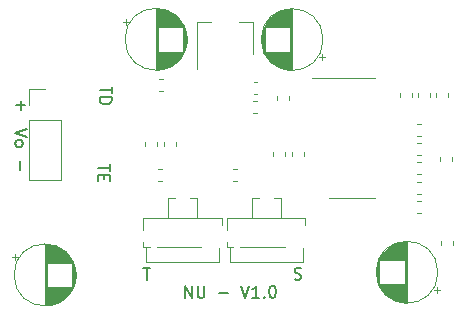
<source format=gto>
G04 #@! TF.GenerationSoftware,KiCad,Pcbnew,5.0.2-bee76a0~70~ubuntu18.04.1*
G04 #@! TF.CreationDate,2019-12-23T12:33:55+05:30*
G04 #@! TF.ProjectId,pir_v1_0,7069725f-7631-45f3-902e-6b696361645f,rev?*
G04 #@! TF.SameCoordinates,Original*
G04 #@! TF.FileFunction,Legend,Top*
G04 #@! TF.FilePolarity,Positive*
%FSLAX46Y46*%
G04 Gerber Fmt 4.6, Leading zero omitted, Abs format (unit mm)*
G04 Created by KiCad (PCBNEW 5.0.2-bee76a0~70~ubuntu18.04.1) date Mon Dec 23 12:33:55 2019*
%MOMM*%
%LPD*%
G01*
G04 APERTURE LIST*
%ADD10C,0.200000*%
%ADD11C,0.120000*%
G04 APERTURE END LIST*
D10*
X93264285Y-74679761D02*
X93407142Y-74727380D01*
X93645238Y-74727380D01*
X93740476Y-74679761D01*
X93788095Y-74632142D01*
X93835714Y-74536904D01*
X93835714Y-74441666D01*
X93788095Y-74346428D01*
X93740476Y-74298809D01*
X93645238Y-74251190D01*
X93454761Y-74203571D01*
X93359523Y-74155952D01*
X93311904Y-74108333D01*
X93264285Y-74013095D01*
X93264285Y-73917857D01*
X93311904Y-73822619D01*
X93359523Y-73775000D01*
X93454761Y-73727380D01*
X93692857Y-73727380D01*
X93835714Y-73775000D01*
X80464285Y-73727380D02*
X81035714Y-73727380D01*
X80750000Y-74727380D02*
X80750000Y-73727380D01*
X77772619Y-58389285D02*
X77772619Y-58960714D01*
X76772619Y-58675000D02*
X77772619Y-58675000D01*
X76772619Y-59294047D02*
X77772619Y-59294047D01*
X77772619Y-59532142D01*
X77725000Y-59675000D01*
X77629761Y-59770238D01*
X77534523Y-59817857D01*
X77344047Y-59865476D01*
X77201190Y-59865476D01*
X77010714Y-59817857D01*
X76915476Y-59770238D01*
X76820238Y-59675000D01*
X76772619Y-59532142D01*
X76772619Y-59294047D01*
X77597619Y-64961904D02*
X77597619Y-65533333D01*
X76597619Y-65247619D02*
X77597619Y-65247619D01*
X77121428Y-65866666D02*
X77121428Y-66200000D01*
X76597619Y-66342857D02*
X76597619Y-65866666D01*
X77597619Y-65866666D01*
X77597619Y-66342857D01*
X70597619Y-61989285D02*
X69597619Y-62322619D01*
X70597619Y-62655952D01*
X69597619Y-63132142D02*
X69645238Y-63036904D01*
X69692857Y-62989285D01*
X69788095Y-62941666D01*
X70073809Y-62941666D01*
X70169047Y-62989285D01*
X70216666Y-63036904D01*
X70264285Y-63132142D01*
X70264285Y-63275000D01*
X70216666Y-63370238D01*
X70169047Y-63417857D01*
X70073809Y-63465476D01*
X69788095Y-63465476D01*
X69692857Y-63417857D01*
X69645238Y-63370238D01*
X69597619Y-63275000D01*
X69597619Y-63132142D01*
X70053571Y-64644047D02*
X70053571Y-65405952D01*
X69694047Y-59946428D02*
X70455952Y-59946428D01*
X70075000Y-60327380D02*
X70075000Y-59565476D01*
X84015476Y-76252380D02*
X84015476Y-75252380D01*
X84586904Y-76252380D01*
X84586904Y-75252380D01*
X85063095Y-75252380D02*
X85063095Y-76061904D01*
X85110714Y-76157142D01*
X85158333Y-76204761D01*
X85253571Y-76252380D01*
X85444047Y-76252380D01*
X85539285Y-76204761D01*
X85586904Y-76157142D01*
X85634523Y-76061904D01*
X85634523Y-75252380D01*
X86872619Y-75871428D02*
X87634523Y-75871428D01*
X88729761Y-75252380D02*
X89063095Y-76252380D01*
X89396428Y-75252380D01*
X90253571Y-76252380D02*
X89682142Y-76252380D01*
X89967857Y-76252380D02*
X89967857Y-75252380D01*
X89872619Y-75395238D01*
X89777380Y-75490476D01*
X89682142Y-75538095D01*
X90682142Y-76157142D02*
X90729761Y-76204761D01*
X90682142Y-76252380D01*
X90634523Y-76204761D01*
X90682142Y-76157142D01*
X90682142Y-76252380D01*
X91348809Y-75252380D02*
X91444047Y-75252380D01*
X91539285Y-75300000D01*
X91586904Y-75347619D01*
X91634523Y-75442857D01*
X91682142Y-75633333D01*
X91682142Y-75871428D01*
X91634523Y-76061904D01*
X91586904Y-76157142D01*
X91539285Y-76204761D01*
X91444047Y-76252380D01*
X91348809Y-76252380D01*
X91253571Y-76204761D01*
X91205952Y-76157142D01*
X91158333Y-76061904D01*
X91110714Y-75871428D01*
X91110714Y-75633333D01*
X91158333Y-75442857D01*
X91205952Y-75347619D01*
X91253571Y-75300000D01*
X91348809Y-75252380D01*
D11*
G04 #@! TO.C,J2*
X70795000Y-58580000D02*
X72125000Y-58580000D01*
X70795000Y-59910000D02*
X70795000Y-58580000D01*
X70795000Y-61180000D02*
X73455000Y-61180000D01*
X73455000Y-61180000D02*
X73455000Y-66320000D01*
X70795000Y-61180000D02*
X70795000Y-66320000D01*
X70795000Y-66320000D02*
X73455000Y-66320000D01*
G04 #@! TO.C,C1*
X92810000Y-59512779D02*
X92810000Y-59187221D01*
X91790000Y-59512779D02*
X91790000Y-59187221D01*
G04 #@! TO.C,C2*
X84145000Y-54375000D02*
G75*
G03X84145000Y-54375000I-2620000J0D01*
G01*
X81525000Y-51795000D02*
X81525000Y-56955000D01*
X81565000Y-51795000D02*
X81565000Y-56955000D01*
X81605000Y-51796000D02*
X81605000Y-56954000D01*
X81645000Y-51797000D02*
X81645000Y-56953000D01*
X81685000Y-51799000D02*
X81685000Y-56951000D01*
X81725000Y-51802000D02*
X81725000Y-56948000D01*
X81765000Y-51806000D02*
X81765000Y-53335000D01*
X81765000Y-55415000D02*
X81765000Y-56944000D01*
X81805000Y-51810000D02*
X81805000Y-53335000D01*
X81805000Y-55415000D02*
X81805000Y-56940000D01*
X81845000Y-51814000D02*
X81845000Y-53335000D01*
X81845000Y-55415000D02*
X81845000Y-56936000D01*
X81885000Y-51819000D02*
X81885000Y-53335000D01*
X81885000Y-55415000D02*
X81885000Y-56931000D01*
X81925000Y-51825000D02*
X81925000Y-53335000D01*
X81925000Y-55415000D02*
X81925000Y-56925000D01*
X81965000Y-51832000D02*
X81965000Y-53335000D01*
X81965000Y-55415000D02*
X81965000Y-56918000D01*
X82005000Y-51839000D02*
X82005000Y-53335000D01*
X82005000Y-55415000D02*
X82005000Y-56911000D01*
X82045000Y-51847000D02*
X82045000Y-53335000D01*
X82045000Y-55415000D02*
X82045000Y-56903000D01*
X82085000Y-51855000D02*
X82085000Y-53335000D01*
X82085000Y-55415000D02*
X82085000Y-56895000D01*
X82125000Y-51864000D02*
X82125000Y-53335000D01*
X82125000Y-55415000D02*
X82125000Y-56886000D01*
X82165000Y-51874000D02*
X82165000Y-53335000D01*
X82165000Y-55415000D02*
X82165000Y-56876000D01*
X82205000Y-51884000D02*
X82205000Y-53335000D01*
X82205000Y-55415000D02*
X82205000Y-56866000D01*
X82246000Y-51895000D02*
X82246000Y-53335000D01*
X82246000Y-55415000D02*
X82246000Y-56855000D01*
X82286000Y-51907000D02*
X82286000Y-53335000D01*
X82286000Y-55415000D02*
X82286000Y-56843000D01*
X82326000Y-51920000D02*
X82326000Y-53335000D01*
X82326000Y-55415000D02*
X82326000Y-56830000D01*
X82366000Y-51933000D02*
X82366000Y-53335000D01*
X82366000Y-55415000D02*
X82366000Y-56817000D01*
X82406000Y-51947000D02*
X82406000Y-53335000D01*
X82406000Y-55415000D02*
X82406000Y-56803000D01*
X82446000Y-51961000D02*
X82446000Y-53335000D01*
X82446000Y-55415000D02*
X82446000Y-56789000D01*
X82486000Y-51977000D02*
X82486000Y-53335000D01*
X82486000Y-55415000D02*
X82486000Y-56773000D01*
X82526000Y-51993000D02*
X82526000Y-53335000D01*
X82526000Y-55415000D02*
X82526000Y-56757000D01*
X82566000Y-52010000D02*
X82566000Y-53335000D01*
X82566000Y-55415000D02*
X82566000Y-56740000D01*
X82606000Y-52027000D02*
X82606000Y-53335000D01*
X82606000Y-55415000D02*
X82606000Y-56723000D01*
X82646000Y-52046000D02*
X82646000Y-53335000D01*
X82646000Y-55415000D02*
X82646000Y-56704000D01*
X82686000Y-52065000D02*
X82686000Y-53335000D01*
X82686000Y-55415000D02*
X82686000Y-56685000D01*
X82726000Y-52085000D02*
X82726000Y-53335000D01*
X82726000Y-55415000D02*
X82726000Y-56665000D01*
X82766000Y-52107000D02*
X82766000Y-53335000D01*
X82766000Y-55415000D02*
X82766000Y-56643000D01*
X82806000Y-52128000D02*
X82806000Y-53335000D01*
X82806000Y-55415000D02*
X82806000Y-56622000D01*
X82846000Y-52151000D02*
X82846000Y-53335000D01*
X82846000Y-55415000D02*
X82846000Y-56599000D01*
X82886000Y-52175000D02*
X82886000Y-53335000D01*
X82886000Y-55415000D02*
X82886000Y-56575000D01*
X82926000Y-52200000D02*
X82926000Y-53335000D01*
X82926000Y-55415000D02*
X82926000Y-56550000D01*
X82966000Y-52226000D02*
X82966000Y-53335000D01*
X82966000Y-55415000D02*
X82966000Y-56524000D01*
X83006000Y-52253000D02*
X83006000Y-53335000D01*
X83006000Y-55415000D02*
X83006000Y-56497000D01*
X83046000Y-52280000D02*
X83046000Y-53335000D01*
X83046000Y-55415000D02*
X83046000Y-56470000D01*
X83086000Y-52310000D02*
X83086000Y-53335000D01*
X83086000Y-55415000D02*
X83086000Y-56440000D01*
X83126000Y-52340000D02*
X83126000Y-53335000D01*
X83126000Y-55415000D02*
X83126000Y-56410000D01*
X83166000Y-52371000D02*
X83166000Y-53335000D01*
X83166000Y-55415000D02*
X83166000Y-56379000D01*
X83206000Y-52404000D02*
X83206000Y-53335000D01*
X83206000Y-55415000D02*
X83206000Y-56346000D01*
X83246000Y-52438000D02*
X83246000Y-53335000D01*
X83246000Y-55415000D02*
X83246000Y-56312000D01*
X83286000Y-52474000D02*
X83286000Y-53335000D01*
X83286000Y-55415000D02*
X83286000Y-56276000D01*
X83326000Y-52511000D02*
X83326000Y-53335000D01*
X83326000Y-55415000D02*
X83326000Y-56239000D01*
X83366000Y-52549000D02*
X83366000Y-53335000D01*
X83366000Y-55415000D02*
X83366000Y-56201000D01*
X83406000Y-52590000D02*
X83406000Y-53335000D01*
X83406000Y-55415000D02*
X83406000Y-56160000D01*
X83446000Y-52632000D02*
X83446000Y-53335000D01*
X83446000Y-55415000D02*
X83446000Y-56118000D01*
X83486000Y-52676000D02*
X83486000Y-53335000D01*
X83486000Y-55415000D02*
X83486000Y-56074000D01*
X83526000Y-52722000D02*
X83526000Y-53335000D01*
X83526000Y-55415000D02*
X83526000Y-56028000D01*
X83566000Y-52770000D02*
X83566000Y-53335000D01*
X83566000Y-55415000D02*
X83566000Y-55980000D01*
X83606000Y-52821000D02*
X83606000Y-53335000D01*
X83606000Y-55415000D02*
X83606000Y-55929000D01*
X83646000Y-52875000D02*
X83646000Y-53335000D01*
X83646000Y-55415000D02*
X83646000Y-55875000D01*
X83686000Y-52932000D02*
X83686000Y-53335000D01*
X83686000Y-55415000D02*
X83686000Y-55818000D01*
X83726000Y-52992000D02*
X83726000Y-53335000D01*
X83726000Y-55415000D02*
X83726000Y-55758000D01*
X83766000Y-53056000D02*
X83766000Y-53335000D01*
X83766000Y-55415000D02*
X83766000Y-55694000D01*
X83806000Y-53124000D02*
X83806000Y-53335000D01*
X83806000Y-55415000D02*
X83806000Y-55626000D01*
X83846000Y-53197000D02*
X83846000Y-55553000D01*
X83886000Y-53277000D02*
X83886000Y-55473000D01*
X83926000Y-53364000D02*
X83926000Y-55386000D01*
X83966000Y-53460000D02*
X83966000Y-55290000D01*
X84006000Y-53570000D02*
X84006000Y-55180000D01*
X84046000Y-53698000D02*
X84046000Y-55052000D01*
X84086000Y-53857000D02*
X84086000Y-54893000D01*
X84126000Y-54091000D02*
X84126000Y-54659000D01*
X78720225Y-52900000D02*
X79220225Y-52900000D01*
X78970225Y-52650000D02*
X78970225Y-53150000D01*
G04 #@! TO.C,C3*
X95604775Y-56125000D02*
X95604775Y-55625000D01*
X95854775Y-55875000D02*
X95354775Y-55875000D01*
X90449000Y-54684000D02*
X90449000Y-54116000D01*
X90489000Y-54918000D02*
X90489000Y-53882000D01*
X90529000Y-55077000D02*
X90529000Y-53723000D01*
X90569000Y-55205000D02*
X90569000Y-53595000D01*
X90609000Y-55315000D02*
X90609000Y-53485000D01*
X90649000Y-55411000D02*
X90649000Y-53389000D01*
X90689000Y-55498000D02*
X90689000Y-53302000D01*
X90729000Y-55578000D02*
X90729000Y-53222000D01*
X90769000Y-53360000D02*
X90769000Y-53149000D01*
X90769000Y-55651000D02*
X90769000Y-55440000D01*
X90809000Y-53360000D02*
X90809000Y-53081000D01*
X90809000Y-55719000D02*
X90809000Y-55440000D01*
X90849000Y-53360000D02*
X90849000Y-53017000D01*
X90849000Y-55783000D02*
X90849000Y-55440000D01*
X90889000Y-53360000D02*
X90889000Y-52957000D01*
X90889000Y-55843000D02*
X90889000Y-55440000D01*
X90929000Y-53360000D02*
X90929000Y-52900000D01*
X90929000Y-55900000D02*
X90929000Y-55440000D01*
X90969000Y-53360000D02*
X90969000Y-52846000D01*
X90969000Y-55954000D02*
X90969000Y-55440000D01*
X91009000Y-53360000D02*
X91009000Y-52795000D01*
X91009000Y-56005000D02*
X91009000Y-55440000D01*
X91049000Y-53360000D02*
X91049000Y-52747000D01*
X91049000Y-56053000D02*
X91049000Y-55440000D01*
X91089000Y-53360000D02*
X91089000Y-52701000D01*
X91089000Y-56099000D02*
X91089000Y-55440000D01*
X91129000Y-53360000D02*
X91129000Y-52657000D01*
X91129000Y-56143000D02*
X91129000Y-55440000D01*
X91169000Y-53360000D02*
X91169000Y-52615000D01*
X91169000Y-56185000D02*
X91169000Y-55440000D01*
X91209000Y-53360000D02*
X91209000Y-52574000D01*
X91209000Y-56226000D02*
X91209000Y-55440000D01*
X91249000Y-53360000D02*
X91249000Y-52536000D01*
X91249000Y-56264000D02*
X91249000Y-55440000D01*
X91289000Y-53360000D02*
X91289000Y-52499000D01*
X91289000Y-56301000D02*
X91289000Y-55440000D01*
X91329000Y-53360000D02*
X91329000Y-52463000D01*
X91329000Y-56337000D02*
X91329000Y-55440000D01*
X91369000Y-53360000D02*
X91369000Y-52429000D01*
X91369000Y-56371000D02*
X91369000Y-55440000D01*
X91409000Y-53360000D02*
X91409000Y-52396000D01*
X91409000Y-56404000D02*
X91409000Y-55440000D01*
X91449000Y-53360000D02*
X91449000Y-52365000D01*
X91449000Y-56435000D02*
X91449000Y-55440000D01*
X91489000Y-53360000D02*
X91489000Y-52335000D01*
X91489000Y-56465000D02*
X91489000Y-55440000D01*
X91529000Y-53360000D02*
X91529000Y-52305000D01*
X91529000Y-56495000D02*
X91529000Y-55440000D01*
X91569000Y-53360000D02*
X91569000Y-52278000D01*
X91569000Y-56522000D02*
X91569000Y-55440000D01*
X91609000Y-53360000D02*
X91609000Y-52251000D01*
X91609000Y-56549000D02*
X91609000Y-55440000D01*
X91649000Y-53360000D02*
X91649000Y-52225000D01*
X91649000Y-56575000D02*
X91649000Y-55440000D01*
X91689000Y-53360000D02*
X91689000Y-52200000D01*
X91689000Y-56600000D02*
X91689000Y-55440000D01*
X91729000Y-53360000D02*
X91729000Y-52176000D01*
X91729000Y-56624000D02*
X91729000Y-55440000D01*
X91769000Y-53360000D02*
X91769000Y-52153000D01*
X91769000Y-56647000D02*
X91769000Y-55440000D01*
X91809000Y-53360000D02*
X91809000Y-52132000D01*
X91809000Y-56668000D02*
X91809000Y-55440000D01*
X91849000Y-53360000D02*
X91849000Y-52110000D01*
X91849000Y-56690000D02*
X91849000Y-55440000D01*
X91889000Y-53360000D02*
X91889000Y-52090000D01*
X91889000Y-56710000D02*
X91889000Y-55440000D01*
X91929000Y-53360000D02*
X91929000Y-52071000D01*
X91929000Y-56729000D02*
X91929000Y-55440000D01*
X91969000Y-53360000D02*
X91969000Y-52052000D01*
X91969000Y-56748000D02*
X91969000Y-55440000D01*
X92009000Y-53360000D02*
X92009000Y-52035000D01*
X92009000Y-56765000D02*
X92009000Y-55440000D01*
X92049000Y-53360000D02*
X92049000Y-52018000D01*
X92049000Y-56782000D02*
X92049000Y-55440000D01*
X92089000Y-53360000D02*
X92089000Y-52002000D01*
X92089000Y-56798000D02*
X92089000Y-55440000D01*
X92129000Y-53360000D02*
X92129000Y-51986000D01*
X92129000Y-56814000D02*
X92129000Y-55440000D01*
X92169000Y-53360000D02*
X92169000Y-51972000D01*
X92169000Y-56828000D02*
X92169000Y-55440000D01*
X92209000Y-53360000D02*
X92209000Y-51958000D01*
X92209000Y-56842000D02*
X92209000Y-55440000D01*
X92249000Y-53360000D02*
X92249000Y-51945000D01*
X92249000Y-56855000D02*
X92249000Y-55440000D01*
X92289000Y-53360000D02*
X92289000Y-51932000D01*
X92289000Y-56868000D02*
X92289000Y-55440000D01*
X92329000Y-53360000D02*
X92329000Y-51920000D01*
X92329000Y-56880000D02*
X92329000Y-55440000D01*
X92370000Y-53360000D02*
X92370000Y-51909000D01*
X92370000Y-56891000D02*
X92370000Y-55440000D01*
X92410000Y-53360000D02*
X92410000Y-51899000D01*
X92410000Y-56901000D02*
X92410000Y-55440000D01*
X92450000Y-53360000D02*
X92450000Y-51889000D01*
X92450000Y-56911000D02*
X92450000Y-55440000D01*
X92490000Y-53360000D02*
X92490000Y-51880000D01*
X92490000Y-56920000D02*
X92490000Y-55440000D01*
X92530000Y-53360000D02*
X92530000Y-51872000D01*
X92530000Y-56928000D02*
X92530000Y-55440000D01*
X92570000Y-53360000D02*
X92570000Y-51864000D01*
X92570000Y-56936000D02*
X92570000Y-55440000D01*
X92610000Y-53360000D02*
X92610000Y-51857000D01*
X92610000Y-56943000D02*
X92610000Y-55440000D01*
X92650000Y-53360000D02*
X92650000Y-51850000D01*
X92650000Y-56950000D02*
X92650000Y-55440000D01*
X92690000Y-53360000D02*
X92690000Y-51844000D01*
X92690000Y-56956000D02*
X92690000Y-55440000D01*
X92730000Y-53360000D02*
X92730000Y-51839000D01*
X92730000Y-56961000D02*
X92730000Y-55440000D01*
X92770000Y-53360000D02*
X92770000Y-51835000D01*
X92770000Y-56965000D02*
X92770000Y-55440000D01*
X92810000Y-53360000D02*
X92810000Y-51831000D01*
X92810000Y-56969000D02*
X92810000Y-55440000D01*
X92850000Y-56973000D02*
X92850000Y-51827000D01*
X92890000Y-56976000D02*
X92890000Y-51824000D01*
X92930000Y-56978000D02*
X92930000Y-51822000D01*
X92970000Y-56979000D02*
X92970000Y-51821000D01*
X93010000Y-56980000D02*
X93010000Y-51820000D01*
X93050000Y-56980000D02*
X93050000Y-51820000D01*
X95670000Y-54400000D02*
G75*
G03X95670000Y-54400000I-2620000J0D01*
G01*
G04 #@! TO.C,C4*
X102190000Y-58949721D02*
X102190000Y-59275279D01*
X103210000Y-58949721D02*
X103210000Y-59275279D01*
G04 #@! TO.C,C5*
X105395000Y-74100000D02*
G75*
G03X105395000Y-74100000I-2620000J0D01*
G01*
X102775000Y-76680000D02*
X102775000Y-71520000D01*
X102735000Y-76680000D02*
X102735000Y-71520000D01*
X102695000Y-76679000D02*
X102695000Y-71521000D01*
X102655000Y-76678000D02*
X102655000Y-71522000D01*
X102615000Y-76676000D02*
X102615000Y-71524000D01*
X102575000Y-76673000D02*
X102575000Y-71527000D01*
X102535000Y-76669000D02*
X102535000Y-75140000D01*
X102535000Y-73060000D02*
X102535000Y-71531000D01*
X102495000Y-76665000D02*
X102495000Y-75140000D01*
X102495000Y-73060000D02*
X102495000Y-71535000D01*
X102455000Y-76661000D02*
X102455000Y-75140000D01*
X102455000Y-73060000D02*
X102455000Y-71539000D01*
X102415000Y-76656000D02*
X102415000Y-75140000D01*
X102415000Y-73060000D02*
X102415000Y-71544000D01*
X102375000Y-76650000D02*
X102375000Y-75140000D01*
X102375000Y-73060000D02*
X102375000Y-71550000D01*
X102335000Y-76643000D02*
X102335000Y-75140000D01*
X102335000Y-73060000D02*
X102335000Y-71557000D01*
X102295000Y-76636000D02*
X102295000Y-75140000D01*
X102295000Y-73060000D02*
X102295000Y-71564000D01*
X102255000Y-76628000D02*
X102255000Y-75140000D01*
X102255000Y-73060000D02*
X102255000Y-71572000D01*
X102215000Y-76620000D02*
X102215000Y-75140000D01*
X102215000Y-73060000D02*
X102215000Y-71580000D01*
X102175000Y-76611000D02*
X102175000Y-75140000D01*
X102175000Y-73060000D02*
X102175000Y-71589000D01*
X102135000Y-76601000D02*
X102135000Y-75140000D01*
X102135000Y-73060000D02*
X102135000Y-71599000D01*
X102095000Y-76591000D02*
X102095000Y-75140000D01*
X102095000Y-73060000D02*
X102095000Y-71609000D01*
X102054000Y-76580000D02*
X102054000Y-75140000D01*
X102054000Y-73060000D02*
X102054000Y-71620000D01*
X102014000Y-76568000D02*
X102014000Y-75140000D01*
X102014000Y-73060000D02*
X102014000Y-71632000D01*
X101974000Y-76555000D02*
X101974000Y-75140000D01*
X101974000Y-73060000D02*
X101974000Y-71645000D01*
X101934000Y-76542000D02*
X101934000Y-75140000D01*
X101934000Y-73060000D02*
X101934000Y-71658000D01*
X101894000Y-76528000D02*
X101894000Y-75140000D01*
X101894000Y-73060000D02*
X101894000Y-71672000D01*
X101854000Y-76514000D02*
X101854000Y-75140000D01*
X101854000Y-73060000D02*
X101854000Y-71686000D01*
X101814000Y-76498000D02*
X101814000Y-75140000D01*
X101814000Y-73060000D02*
X101814000Y-71702000D01*
X101774000Y-76482000D02*
X101774000Y-75140000D01*
X101774000Y-73060000D02*
X101774000Y-71718000D01*
X101734000Y-76465000D02*
X101734000Y-75140000D01*
X101734000Y-73060000D02*
X101734000Y-71735000D01*
X101694000Y-76448000D02*
X101694000Y-75140000D01*
X101694000Y-73060000D02*
X101694000Y-71752000D01*
X101654000Y-76429000D02*
X101654000Y-75140000D01*
X101654000Y-73060000D02*
X101654000Y-71771000D01*
X101614000Y-76410000D02*
X101614000Y-75140000D01*
X101614000Y-73060000D02*
X101614000Y-71790000D01*
X101574000Y-76390000D02*
X101574000Y-75140000D01*
X101574000Y-73060000D02*
X101574000Y-71810000D01*
X101534000Y-76368000D02*
X101534000Y-75140000D01*
X101534000Y-73060000D02*
X101534000Y-71832000D01*
X101494000Y-76347000D02*
X101494000Y-75140000D01*
X101494000Y-73060000D02*
X101494000Y-71853000D01*
X101454000Y-76324000D02*
X101454000Y-75140000D01*
X101454000Y-73060000D02*
X101454000Y-71876000D01*
X101414000Y-76300000D02*
X101414000Y-75140000D01*
X101414000Y-73060000D02*
X101414000Y-71900000D01*
X101374000Y-76275000D02*
X101374000Y-75140000D01*
X101374000Y-73060000D02*
X101374000Y-71925000D01*
X101334000Y-76249000D02*
X101334000Y-75140000D01*
X101334000Y-73060000D02*
X101334000Y-71951000D01*
X101294000Y-76222000D02*
X101294000Y-75140000D01*
X101294000Y-73060000D02*
X101294000Y-71978000D01*
X101254000Y-76195000D02*
X101254000Y-75140000D01*
X101254000Y-73060000D02*
X101254000Y-72005000D01*
X101214000Y-76165000D02*
X101214000Y-75140000D01*
X101214000Y-73060000D02*
X101214000Y-72035000D01*
X101174000Y-76135000D02*
X101174000Y-75140000D01*
X101174000Y-73060000D02*
X101174000Y-72065000D01*
X101134000Y-76104000D02*
X101134000Y-75140000D01*
X101134000Y-73060000D02*
X101134000Y-72096000D01*
X101094000Y-76071000D02*
X101094000Y-75140000D01*
X101094000Y-73060000D02*
X101094000Y-72129000D01*
X101054000Y-76037000D02*
X101054000Y-75140000D01*
X101054000Y-73060000D02*
X101054000Y-72163000D01*
X101014000Y-76001000D02*
X101014000Y-75140000D01*
X101014000Y-73060000D02*
X101014000Y-72199000D01*
X100974000Y-75964000D02*
X100974000Y-75140000D01*
X100974000Y-73060000D02*
X100974000Y-72236000D01*
X100934000Y-75926000D02*
X100934000Y-75140000D01*
X100934000Y-73060000D02*
X100934000Y-72274000D01*
X100894000Y-75885000D02*
X100894000Y-75140000D01*
X100894000Y-73060000D02*
X100894000Y-72315000D01*
X100854000Y-75843000D02*
X100854000Y-75140000D01*
X100854000Y-73060000D02*
X100854000Y-72357000D01*
X100814000Y-75799000D02*
X100814000Y-75140000D01*
X100814000Y-73060000D02*
X100814000Y-72401000D01*
X100774000Y-75753000D02*
X100774000Y-75140000D01*
X100774000Y-73060000D02*
X100774000Y-72447000D01*
X100734000Y-75705000D02*
X100734000Y-75140000D01*
X100734000Y-73060000D02*
X100734000Y-72495000D01*
X100694000Y-75654000D02*
X100694000Y-75140000D01*
X100694000Y-73060000D02*
X100694000Y-72546000D01*
X100654000Y-75600000D02*
X100654000Y-75140000D01*
X100654000Y-73060000D02*
X100654000Y-72600000D01*
X100614000Y-75543000D02*
X100614000Y-75140000D01*
X100614000Y-73060000D02*
X100614000Y-72657000D01*
X100574000Y-75483000D02*
X100574000Y-75140000D01*
X100574000Y-73060000D02*
X100574000Y-72717000D01*
X100534000Y-75419000D02*
X100534000Y-75140000D01*
X100534000Y-73060000D02*
X100534000Y-72781000D01*
X100494000Y-75351000D02*
X100494000Y-75140000D01*
X100494000Y-73060000D02*
X100494000Y-72849000D01*
X100454000Y-75278000D02*
X100454000Y-72922000D01*
X100414000Y-75198000D02*
X100414000Y-73002000D01*
X100374000Y-75111000D02*
X100374000Y-73089000D01*
X100334000Y-75015000D02*
X100334000Y-73185000D01*
X100294000Y-74905000D02*
X100294000Y-73295000D01*
X100254000Y-74777000D02*
X100254000Y-73423000D01*
X100214000Y-74618000D02*
X100214000Y-73582000D01*
X100174000Y-74384000D02*
X100174000Y-73816000D01*
X105579775Y-75575000D02*
X105079775Y-75575000D01*
X105329775Y-75825000D02*
X105329775Y-75325000D01*
G04 #@! TO.C,C6*
X106585000Y-64362221D02*
X106585000Y-64687779D01*
X105565000Y-64362221D02*
X105565000Y-64687779D01*
G04 #@! TO.C,C7*
X103624721Y-63165000D02*
X103950279Y-63165000D01*
X103624721Y-64185000D02*
X103950279Y-64185000D01*
G04 #@! TO.C,C8*
X91465000Y-64275279D02*
X91465000Y-63949721D01*
X92485000Y-64275279D02*
X92485000Y-63949721D01*
G04 #@! TO.C,C9*
X88350279Y-65340000D02*
X88024721Y-65340000D01*
X88350279Y-66360000D02*
X88024721Y-66360000D01*
G04 #@! TO.C,C10*
X69570225Y-72600000D02*
X69570225Y-73100000D01*
X69320225Y-72850000D02*
X69820225Y-72850000D01*
X74726000Y-74041000D02*
X74726000Y-74609000D01*
X74686000Y-73807000D02*
X74686000Y-74843000D01*
X74646000Y-73648000D02*
X74646000Y-75002000D01*
X74606000Y-73520000D02*
X74606000Y-75130000D01*
X74566000Y-73410000D02*
X74566000Y-75240000D01*
X74526000Y-73314000D02*
X74526000Y-75336000D01*
X74486000Y-73227000D02*
X74486000Y-75423000D01*
X74446000Y-73147000D02*
X74446000Y-75503000D01*
X74406000Y-75365000D02*
X74406000Y-75576000D01*
X74406000Y-73074000D02*
X74406000Y-73285000D01*
X74366000Y-75365000D02*
X74366000Y-75644000D01*
X74366000Y-73006000D02*
X74366000Y-73285000D01*
X74326000Y-75365000D02*
X74326000Y-75708000D01*
X74326000Y-72942000D02*
X74326000Y-73285000D01*
X74286000Y-75365000D02*
X74286000Y-75768000D01*
X74286000Y-72882000D02*
X74286000Y-73285000D01*
X74246000Y-75365000D02*
X74246000Y-75825000D01*
X74246000Y-72825000D02*
X74246000Y-73285000D01*
X74206000Y-75365000D02*
X74206000Y-75879000D01*
X74206000Y-72771000D02*
X74206000Y-73285000D01*
X74166000Y-75365000D02*
X74166000Y-75930000D01*
X74166000Y-72720000D02*
X74166000Y-73285000D01*
X74126000Y-75365000D02*
X74126000Y-75978000D01*
X74126000Y-72672000D02*
X74126000Y-73285000D01*
X74086000Y-75365000D02*
X74086000Y-76024000D01*
X74086000Y-72626000D02*
X74086000Y-73285000D01*
X74046000Y-75365000D02*
X74046000Y-76068000D01*
X74046000Y-72582000D02*
X74046000Y-73285000D01*
X74006000Y-75365000D02*
X74006000Y-76110000D01*
X74006000Y-72540000D02*
X74006000Y-73285000D01*
X73966000Y-75365000D02*
X73966000Y-76151000D01*
X73966000Y-72499000D02*
X73966000Y-73285000D01*
X73926000Y-75365000D02*
X73926000Y-76189000D01*
X73926000Y-72461000D02*
X73926000Y-73285000D01*
X73886000Y-75365000D02*
X73886000Y-76226000D01*
X73886000Y-72424000D02*
X73886000Y-73285000D01*
X73846000Y-75365000D02*
X73846000Y-76262000D01*
X73846000Y-72388000D02*
X73846000Y-73285000D01*
X73806000Y-75365000D02*
X73806000Y-76296000D01*
X73806000Y-72354000D02*
X73806000Y-73285000D01*
X73766000Y-75365000D02*
X73766000Y-76329000D01*
X73766000Y-72321000D02*
X73766000Y-73285000D01*
X73726000Y-75365000D02*
X73726000Y-76360000D01*
X73726000Y-72290000D02*
X73726000Y-73285000D01*
X73686000Y-75365000D02*
X73686000Y-76390000D01*
X73686000Y-72260000D02*
X73686000Y-73285000D01*
X73646000Y-75365000D02*
X73646000Y-76420000D01*
X73646000Y-72230000D02*
X73646000Y-73285000D01*
X73606000Y-75365000D02*
X73606000Y-76447000D01*
X73606000Y-72203000D02*
X73606000Y-73285000D01*
X73566000Y-75365000D02*
X73566000Y-76474000D01*
X73566000Y-72176000D02*
X73566000Y-73285000D01*
X73526000Y-75365000D02*
X73526000Y-76500000D01*
X73526000Y-72150000D02*
X73526000Y-73285000D01*
X73486000Y-75365000D02*
X73486000Y-76525000D01*
X73486000Y-72125000D02*
X73486000Y-73285000D01*
X73446000Y-75365000D02*
X73446000Y-76549000D01*
X73446000Y-72101000D02*
X73446000Y-73285000D01*
X73406000Y-75365000D02*
X73406000Y-76572000D01*
X73406000Y-72078000D02*
X73406000Y-73285000D01*
X73366000Y-75365000D02*
X73366000Y-76593000D01*
X73366000Y-72057000D02*
X73366000Y-73285000D01*
X73326000Y-75365000D02*
X73326000Y-76615000D01*
X73326000Y-72035000D02*
X73326000Y-73285000D01*
X73286000Y-75365000D02*
X73286000Y-76635000D01*
X73286000Y-72015000D02*
X73286000Y-73285000D01*
X73246000Y-75365000D02*
X73246000Y-76654000D01*
X73246000Y-71996000D02*
X73246000Y-73285000D01*
X73206000Y-75365000D02*
X73206000Y-76673000D01*
X73206000Y-71977000D02*
X73206000Y-73285000D01*
X73166000Y-75365000D02*
X73166000Y-76690000D01*
X73166000Y-71960000D02*
X73166000Y-73285000D01*
X73126000Y-75365000D02*
X73126000Y-76707000D01*
X73126000Y-71943000D02*
X73126000Y-73285000D01*
X73086000Y-75365000D02*
X73086000Y-76723000D01*
X73086000Y-71927000D02*
X73086000Y-73285000D01*
X73046000Y-75365000D02*
X73046000Y-76739000D01*
X73046000Y-71911000D02*
X73046000Y-73285000D01*
X73006000Y-75365000D02*
X73006000Y-76753000D01*
X73006000Y-71897000D02*
X73006000Y-73285000D01*
X72966000Y-75365000D02*
X72966000Y-76767000D01*
X72966000Y-71883000D02*
X72966000Y-73285000D01*
X72926000Y-75365000D02*
X72926000Y-76780000D01*
X72926000Y-71870000D02*
X72926000Y-73285000D01*
X72886000Y-75365000D02*
X72886000Y-76793000D01*
X72886000Y-71857000D02*
X72886000Y-73285000D01*
X72846000Y-75365000D02*
X72846000Y-76805000D01*
X72846000Y-71845000D02*
X72846000Y-73285000D01*
X72805000Y-75365000D02*
X72805000Y-76816000D01*
X72805000Y-71834000D02*
X72805000Y-73285000D01*
X72765000Y-75365000D02*
X72765000Y-76826000D01*
X72765000Y-71824000D02*
X72765000Y-73285000D01*
X72725000Y-75365000D02*
X72725000Y-76836000D01*
X72725000Y-71814000D02*
X72725000Y-73285000D01*
X72685000Y-75365000D02*
X72685000Y-76845000D01*
X72685000Y-71805000D02*
X72685000Y-73285000D01*
X72645000Y-75365000D02*
X72645000Y-76853000D01*
X72645000Y-71797000D02*
X72645000Y-73285000D01*
X72605000Y-75365000D02*
X72605000Y-76861000D01*
X72605000Y-71789000D02*
X72605000Y-73285000D01*
X72565000Y-75365000D02*
X72565000Y-76868000D01*
X72565000Y-71782000D02*
X72565000Y-73285000D01*
X72525000Y-75365000D02*
X72525000Y-76875000D01*
X72525000Y-71775000D02*
X72525000Y-73285000D01*
X72485000Y-75365000D02*
X72485000Y-76881000D01*
X72485000Y-71769000D02*
X72485000Y-73285000D01*
X72445000Y-75365000D02*
X72445000Y-76886000D01*
X72445000Y-71764000D02*
X72445000Y-73285000D01*
X72405000Y-75365000D02*
X72405000Y-76890000D01*
X72405000Y-71760000D02*
X72405000Y-73285000D01*
X72365000Y-75365000D02*
X72365000Y-76894000D01*
X72365000Y-71756000D02*
X72365000Y-73285000D01*
X72325000Y-71752000D02*
X72325000Y-76898000D01*
X72285000Y-71749000D02*
X72285000Y-76901000D01*
X72245000Y-71747000D02*
X72245000Y-76903000D01*
X72205000Y-71746000D02*
X72205000Y-76904000D01*
X72165000Y-71745000D02*
X72165000Y-76905000D01*
X72125000Y-71745000D02*
X72125000Y-76905000D01*
X74745000Y-74325000D02*
G75*
G03X74745000Y-74325000I-2620000J0D01*
G01*
G04 #@! TO.C,R1*
X81585000Y-63099721D02*
X81585000Y-63425279D01*
X80565000Y-63099721D02*
X80565000Y-63425279D01*
G04 #@! TO.C,R2*
X82215000Y-63425279D02*
X82215000Y-63099721D01*
X83235000Y-63425279D02*
X83235000Y-63099721D01*
G04 #@! TO.C,R3*
X90112779Y-59010000D02*
X89787221Y-59010000D01*
X90112779Y-57990000D02*
X89787221Y-57990000D01*
G04 #@! TO.C,R4*
X90087779Y-59590000D02*
X89762221Y-59590000D01*
X90087779Y-60610000D02*
X89762221Y-60610000D01*
G04 #@! TO.C,R7*
X103649721Y-67460000D02*
X103975279Y-67460000D01*
X103649721Y-66440000D02*
X103975279Y-66440000D01*
G04 #@! TO.C,R8*
X106260000Y-59275279D02*
X106260000Y-58949721D01*
X105240000Y-59275279D02*
X105240000Y-58949721D01*
G04 #@! TO.C,R9*
X104735000Y-58949721D02*
X104735000Y-59275279D01*
X103715000Y-58949721D02*
X103715000Y-59275279D01*
G04 #@! TO.C,R10*
X103950279Y-64765000D02*
X103624721Y-64765000D01*
X103950279Y-65785000D02*
X103624721Y-65785000D01*
G04 #@! TO.C,R11*
X106660000Y-71762779D02*
X106660000Y-71437221D01*
X105640000Y-71762779D02*
X105640000Y-71437221D01*
G04 #@! TO.C,R12*
X103624721Y-62610000D02*
X103950279Y-62610000D01*
X103624721Y-61590000D02*
X103950279Y-61590000D01*
G04 #@! TO.C,R13*
X81699721Y-66410000D02*
X82025279Y-66410000D01*
X81699721Y-65390000D02*
X82025279Y-65390000D01*
G04 #@! TO.C,R14*
X93015000Y-63949721D02*
X93015000Y-64275279D01*
X94035000Y-63949721D02*
X94035000Y-64275279D01*
G04 #@! TO.C,R15*
X81799721Y-58785000D02*
X82125279Y-58785000D01*
X81799721Y-57765000D02*
X82125279Y-57765000D01*
G04 #@! TO.C,U2*
X98150000Y-67785000D02*
X100100000Y-67785000D01*
X98150000Y-67785000D02*
X96200000Y-67785000D01*
X98150000Y-57665000D02*
X100100000Y-57665000D01*
X98150000Y-57665000D02*
X94700000Y-57665000D01*
G04 #@! TO.C,U3*
X88575000Y-52928500D02*
X89775000Y-52928500D01*
X89775000Y-52928500D02*
X89775000Y-55628500D01*
X84975000Y-56928500D02*
X84975000Y-52928500D01*
X84975000Y-52928500D02*
X86175000Y-52928500D01*
G04 #@! TO.C,R5*
X103962779Y-69060000D02*
X103637221Y-69060000D01*
X103962779Y-68040000D02*
X103637221Y-68040000D01*
G04 #@! TO.C,RV1*
X90235000Y-67840000D02*
X89665000Y-67840000D01*
X92085000Y-67840000D02*
X91515000Y-67840000D01*
X89665000Y-69540000D02*
X89665000Y-67840000D01*
X92085000Y-69540000D02*
X92085000Y-67840000D01*
X87565000Y-71960000D02*
X87565000Y-71570000D01*
X88085000Y-71960000D02*
X87565000Y-71960000D01*
X87565000Y-69540000D02*
X87565000Y-70530000D01*
X94185000Y-69540000D02*
X87565000Y-69540000D01*
X94185000Y-70090000D02*
X94185000Y-69540000D01*
X92475000Y-71960000D02*
X88675000Y-71960000D01*
X87765000Y-73260000D02*
X87765000Y-71960000D01*
X93985000Y-73260000D02*
X87765000Y-73260000D01*
X93985000Y-72010000D02*
X93985000Y-73250000D01*
G04 #@! TO.C,RV2*
X86885000Y-72010000D02*
X86885000Y-73250000D01*
X86885000Y-73260000D02*
X80665000Y-73260000D01*
X80665000Y-73260000D02*
X80665000Y-71960000D01*
X85375000Y-71960000D02*
X81575000Y-71960000D01*
X87085000Y-70090000D02*
X87085000Y-69540000D01*
X87085000Y-69540000D02*
X80465000Y-69540000D01*
X80465000Y-69540000D02*
X80465000Y-70530000D01*
X80985000Y-71960000D02*
X80465000Y-71960000D01*
X80465000Y-71960000D02*
X80465000Y-71570000D01*
X84985000Y-69540000D02*
X84985000Y-67840000D01*
X82565000Y-69540000D02*
X82565000Y-67840000D01*
X84985000Y-67840000D02*
X84415000Y-67840000D01*
X83135000Y-67840000D02*
X82565000Y-67840000D01*
G04 #@! TD*
M02*

</source>
